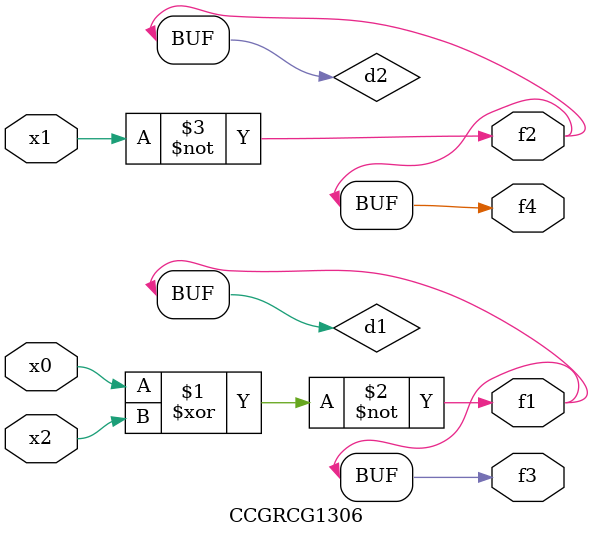
<source format=v>
module CCGRCG1306(
	input x0, x1, x2,
	output f1, f2, f3, f4
);

	wire d1, d2, d3;

	xnor (d1, x0, x2);
	nand (d2, x1);
	nor (d3, x1, x2);
	assign f1 = d1;
	assign f2 = d2;
	assign f3 = d1;
	assign f4 = d2;
endmodule

</source>
